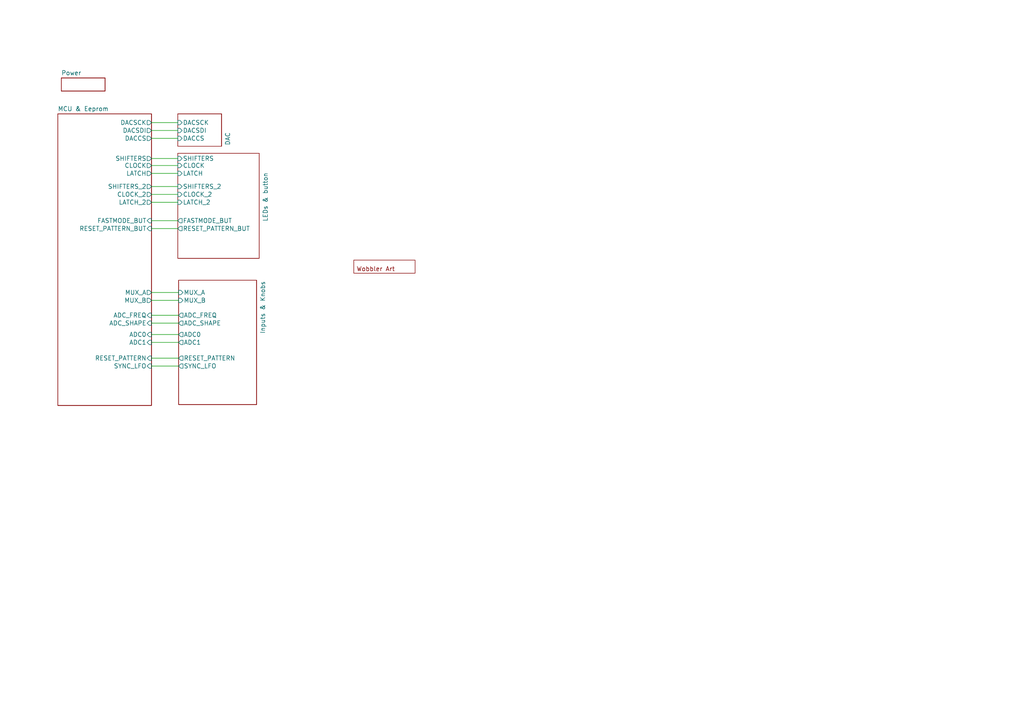
<source format=kicad_sch>
(kicad_sch (version 20211123) (generator eeschema)
  (paper "A4")
  (lib_symbols
    (symbol "Wobbler2_art:Wobbler2_PCBArt" (in_bom no)
      (symbol "Wobbler2_PCBArt_0_0"
        (text "Wobbler Art" (at -2.54 0 0) (effects (font (size 1.27 1.27))))
      )
      (symbol "Wobbler2_PCBArt_0_1"
        (rectangle (start -8.89 2.54) (end 8.89 -1.27) (stroke (width 0.1524)))
      )
    )
  )
  (wire (pts (xy 43.942 37.846) (xy 51.562 37.846)))
  (wire (pts (xy 43.942 97.028) (xy 51.816 97.028)))
  (wire (pts (xy 43.942 56.388) (xy 51.562 56.388)))
  (wire (pts (xy 43.942 103.886) (xy 51.816 103.886)))
  (wire (pts (xy 43.942 91.44) (xy 51.816 91.44)))
  (wire (pts (xy 43.942 48.006) (xy 51.562 48.006)))
  (wire (pts (xy 43.942 66.294) (xy 51.562 66.294)))
  (wire (pts (xy 43.942 87.122) (xy 51.816 87.122)))
  (wire (pts (xy 43.942 58.674) (xy 51.562 58.674)))
  (wire (pts (xy 43.942 64.008) (xy 51.562 64.008)))
  (wire (pts (xy 43.942 99.314) (xy 51.816 99.314)))
  (wire (pts (xy 43.942 50.292) (xy 51.562 50.292)))
  (wire (pts (xy 43.942 45.974) (xy 51.562 45.974)))
  (wire (pts (xy 43.942 54.102) (xy 51.562 54.102)))
  (wire (pts (xy 43.942 93.726) (xy 51.816 93.726)))
  (wire (pts (xy 43.942 35.56) (xy 51.562 35.56)))
  (wire (pts (xy 43.942 106.172) (xy 51.816 106.172)))
  (wire (pts (xy 43.942 40.132) (xy 51.562 40.132)))
  (wire (pts (xy 43.942 84.836) (xy 51.816 84.836)))
  (symbol (lib_id "Wobbler2_art:Wobbler2_PCBArt") (at 237.49 -3.048 0) (unit 1) (in_bom no)
    (property "Reference" "A2" (effects hide))
    (property "Value" "Wobbler2_PCBArt" (effects hide))
    (property "Footprint" "TINRS - Wobbler (pico)sch:Wobbler2_art" (effects hide))
  )
  (symbol (lib_id "Wobbler2_art:Wobbler2_PCBArt") (at 111.506 77.978 0) (unit 1) (in_bom no)
    (property "Reference" "A1" (effects hide))
    (property "Value" "Wobbler2_PCBArt" (effects hide))
    (property "Footprint" "TINRS - Wobbler (pico)sch:Wobbler2_art" (effects hide))
  )
  (sheet (at 51.562 44.45) (size 23.622 30.48)
    (property "Sheet name" "LEDs & button" (at 77.724 64.262 90) (effects (justify left bottom)))
    (property "Sheet file" "LEDs_&_button.kicad_sch" (effects hide))
    (pin "LATCH" input (at 51.562 50.292 180))
    (pin "CLOCK" input (at 51.562 48.006 180))
    (pin "SHIFTERS" input (at 51.562 45.974 180))
    (pin "RESET_PATTERN_BUT" output (at 51.562 66.294 180))
    (pin "FASTMODE_BUT" output (at 51.562 64.008 180))
    (pin "LATCH_2" input (at 51.562 58.674 180))
    (pin "CLOCK_2" input (at 51.562 56.388 180))
    (pin "SHIFTERS_2" input (at 51.562 54.102 180))
  )
  (sheet (at 16.764 33.02) (size 27.178 84.582)
    (property "Sheet name" "MCU & Eeprom" (at 16.764 32.3084 0) (effects (justify left bottom)))
    (property "Sheet file" "MCU_&_Eeprom.kicad_sch" (effects hide))
    (pin "DACSCK" output (at 43.942 35.56 0))
    (pin "DACCS" output (at 43.942 40.132 0))
    (pin "DACSDI" output (at 43.942 37.846 0))
    (pin "SHIFTERS_2" output (at 43.942 54.102 0))
    (pin "FASTMODE_BUT" input (at 43.942 64.008 0))
    (pin "CLOCK_2" output (at 43.942 56.388 0))
    (pin "SHIFTERS" output (at 43.942 45.974 0))
    (pin "LATCH_2" output (at 43.942 58.674 0))
    (pin "CLOCK" output (at 43.942 48.006 0))
    (pin "LATCH" output (at 43.942 50.292 0))
    (pin "RESET_PATTERN" input (at 43.942 103.886 0))
    (pin "RESET_PATTERN_BUT" input (at 43.942 66.294 0))
    (pin "SYNC_LFO" input (at 43.942 106.172 0))
    (pin "MUX_B" output (at 43.942 87.122 0))
    (pin "MUX_A" output (at 43.942 84.836 0))
    (pin "ADC1" input (at 43.942 99.314 0))
    (pin "ADC0" input (at 43.942 97.028 0))
    (pin "ADC_SHAPE" input (at 43.942 93.726 0))
    (pin "ADC_FREQ" input (at 43.942 91.44 0))
  )
  (sheet (at 51.562 33.02) (size 12.7 9.398)
    (property "Sheet name" "DAC" (at 66.802 42.164 90) (effects (justify left bottom)))
    (property "Sheet file" "DAC_&_Trigger_outs.kicad_sch" (effects hide))
    (pin "DACSCK" input (at 51.562 35.56 180))
    (pin "DACSDI" input (at 51.562 37.846 180))
    (pin "DACCS" input (at 51.562 40.132 180))
  )
  (sheet (at 51.816 81.28) (size 22.606 36.068)
    (property "Sheet name" "Inputs & Knobs" (at 76.962 96.774 90) (effects (justify left bottom)))
    (property "Sheet file" "Inputs_&_Knobs.kicad_sch" (effects hide))
    (pin "ADC_FREQ" output (at 51.816 91.44 180))
    (pin "ADC_SHAPE" output (at 51.816 93.726 180))
    (pin "ADC0" output (at 51.816 97.028 180))
    (pin "ADC1" output (at 51.816 99.314 180))
    (pin "MUX_A" input (at 51.816 84.836 180))
    (pin "MUX_B" input (at 51.816 87.122 180))
    (pin "RESET_PATTERN" output (at 51.816 103.886 180))
    (pin "SYNC_LFO" output (at 51.816 106.172 180))
  )
  (sheet (at 17.78 22.606) (size 12.7 3.81)
    (property "Sheet name" "Power" (at 17.78 21.8944 0) (effects (justify left bottom)))
    (property "Sheet file" "Power.kicad_sch" (effects hide))
  )
)
</source>
